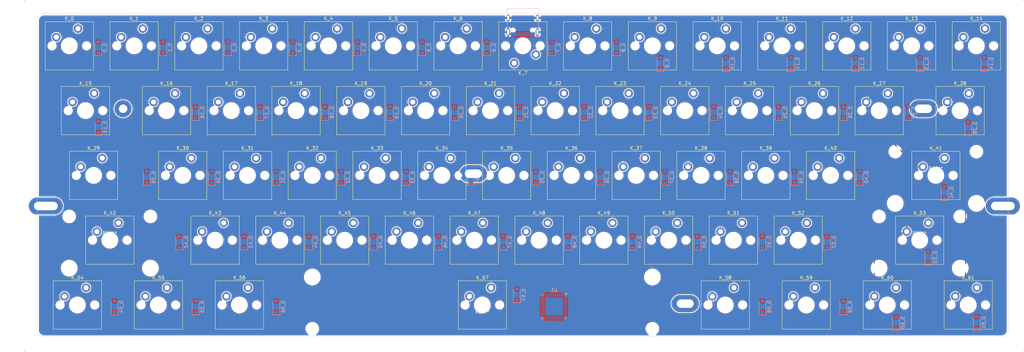
<source format=kicad_pcb>
(kicad_pcb (version 20240108) (generator "pcbnew") (generator_version "8.0")
  (layers (0 "F.Cu" signal) (31 "B.Cu" signal) (34 "B.Paste" user) (35 "F.Paste" user) (36 "B.SilkS" user "B.Silkscreen") (37 "F.SilkS" user "F.Silkscreen") (38 "B.Mask" user) (39 "F.Mask" user) (44 "Edge.Cuts" user))
  (net 0 "")
  (net 1 "Net-(D_0-A)")
  (net 2 "Net-(D_1-A)")
  (net 3 "col0")
  (net 4 "col1")
  (net 5 "col2")
  (net 6 "col3")
  (net 7 "col4")
  (net 8 "col5")
  (net 9 "col6")
  (net 10 "col7")
  (net 11 "col8")
  (net 12 "col9")
  (net 13 "col10")
  (net 14 "col11")
  (net 15 "col12")
  (net 16 "col13")
  (net 17 "col14")
  (net 18 "Net-(D_2-A)")
  (net 19 "row0")
  (net 20 "row1")
  (net 21 "row2")
  (net 22 "row3")
  (net 23 "row4")
  (net 24 "Net-(D_3-A)")
  (net 25 "Net-(D_4-A)")
  (net 26 "Net-(D_5-A)")
  (net 27 "Net-(D_6-A)")
  (net 28 "Net-(D_7-A)")
  (net 29 "Net-(D_8-A)")
  (net 30 "Net-(D_9-A)")
  (net 31 "Net-(D_10-A)")
  (net 32 "Net-(D_11-A)")
  (net 33 "Net-(D_12-A)")
  (net 34 "Net-(D_13-A)")
  (net 35 "Net-(D_14-A)")
  (net 36 "Net-(D_15-A)")
  (net 37 "Net-(D_16-A)")
  (net 38 "Net-(D_17-A)")
  (net 39 "Net-(D_18-A)")
  (net 40 "Net-(D_19-A)")
  (net 41 "Net-(D_20-A)")
  (net 42 "Net-(D_21-A)")
  (net 43 "Net-(D_22-A)")
  (net 44 "Net-(D_23-A)")
  (net 45 "Net-(D_24-A)")
  (net 46 "Net-(D_25-A)")
  (net 47 "Net-(D_26-A)")
  (net 48 "Net-(D_27-A)")
  (net 49 "Net-(D_28-A)")
  (net 50 "Net-(D_29-A)")
  (net 51 "Net-(D_30-A)")
  (net 52 "Net-(D_31-A)")
  (net 53 "Net-(D_32-A)")
  (net 54 "Net-(D_33-A)")
  (net 55 "Net-(D_34-A)")
  (net 56 "Net-(D_35-A)")
  (net 57 "Net-(D_36-A)")
  (net 58 "Net-(D_37-A)")
  (net 59 "Net-(D_38-A)")
  (net 60 "Net-(D_39-A)")
  (net 61 "Net-(D_40-A)")
  (net 62 "Net-(D_41-A)")
  (net 63 "Net-(D_42-A)")
  (net 64 "Net-(D_43-A)")
  (net 65 "Net-(D_44-A)")
  (net 66 "Net-(D_45-A)")
  (net 67 "Net-(D_46-A)")
  (net 68 "Net-(D_47-A)")
  (net 69 "Net-(D_48-A)")
  (net 70 "Net-(D_49-A)")
  (net 71 "Net-(D_50-A)")
  (net 72 "Net-(D_51-A)")
  (net 73 "Net-(D_52-A)")
  (net 74 "Net-(D_53-A)")
  (net 75 "Net-(D_54-A)")
  (net 76 "Net-(D_55-A)")
  (net 77 "Net-(D_56-A)")
  (net 78 "Net-(D_57-A)")
  (net 79 "Net-(D_58-A)")
  (net 80 "Net-(D_59-A)")
  (net 81 "Net-(D_60-A)")
  (net 82 "Net-(D_61-A)")
  (net 83 "GND")
  (net 104 "Net-(U1-VCC-Pad14)")
  (net 105 "Net-(U1-GND-Pad15)")
  (net 113 "Net-(U1-AVCC-Pad24)")
  (net 131 "VCC")
  (footprint "keyboard_switches:SW_Cherry_MX_PCB_1.00u" (layer "F.Cu") (at 133.225 28.45)
    (property "Reference" "K_21")
    (property "Value" "KEYSW")
  )
  (footprint "keyboard_switches:SW_Cherry_MX_PCB_1.00u" (layer "F.Cu") (at 190.375 28.45)
    (property "Reference" "K_24")
    (property "Value" "KEYSW")
  )
  (footprint "Mounting_Keyboard_Stabilizer:Stabilizer_Cherry_MX_6.25u" (layer "F.Cu") (at 130.84375 85.6 180)
    (property "Reference" "REF**")
    (property "Value" "Stabilizer_Cherry_MX_6.25u")
  )
  (footprint "keyboard_switches:SW_Cherry_MX_PCB_1.00u" (layer "F.Cu") (at 180.85 9.4)
    (property "Reference" "K_9")
    (property "Value" "KEYSW")
  )
  (footprint "keyboard_switches:SW_Cherry_MX_PCB_1.25u" (layer "F.Cu") (at 226.09375 85.6)
    (property "Reference" "K_59")
    (property "Value" "KEYSW")
  )
  (footprint "keyboard_switches:SW_Cherry_MX_PCB_1.00u" (layer "F.Cu") (at 104.65 9.4)
    (property "Reference" "K_5")
    (property "Value" "KEYSW")
  )
  (footprint "keyboard_switches:SW_Cherry_MX_PCB_1.25u" (layer "F.Cu") (at 249.90625 85.6)
    (property "Reference" "K_60")
    (property "Value" "KEYSW")
  )
  (footprint "keyboard_switches:SW_Cherry_MX_PCB_1.00u" (layer "F.Cu") (at 257.05 9.4)
    (property "Reference" "K_13")
    (property "Value" "KEYSW")
  )
  (footprint "keyboard_switches:SW_Cherry_MX_PCB_1.00u" (layer "F.Cu") (at 47.5 9.4)
    (property "Reference" "K_2")
    (property "Value" "KEYSW")
  )
  (footprint "keyboard_switches:SW_Cherry_MX_PCB_1.00u" (layer "F.Cu") (at 28.45 9.4)
    (property "Reference" "K_1")
    (property "Value" "KEYSW")
  )
  (footprint "keyboard_switches:SW_Cherry_MX_PCB_1.00u" (layer "F.Cu") (at 228.475 28.45)
    (property "Reference" "K_26")
    (property "Value" "KEYSW")
  )
  (footprint "keyboard_switches:SW_Cherry_MX_PCB_1.00u" (layer "F.Cu") (at 214.1875 47.5)
    (property "Reference" "K_39")
    (property "Value" "KEYSW")
  )
  (footprint "keyboard_switches:SW_Cherry_MX_PCB_1.00u" (layer "F.Cu") (at 142.75 9.4 180)
    (property "Reference" "K_7")
    (property "Value" "KEYSW")
  )
  (footprint "keyboard_switches:SW_Cherry_MX_PCB_1.00u" (layer "F.Cu") (at 161.8 9.4)
    (property "Reference" "K_8")
    (property "Value" "KEYSW")
  )
  (footprint "keyboard_switches:SW_Cherry_MX_PCB_1.25u" (layer "F.Cu") (at 273.71875 85.6)
    (property "Reference" "K_61")
    (property "Value" "KEYSW")
  )
  (footprint "keyboard_switches:SW_Cherry_MX_PCB_1.00u" (layer "F.Cu") (at 42.7375 47.5)
    (property "Reference" "K_30")
    (property "Value" "KEYSW")
  )
  (footprint "keyboard_switches:SW_Cherry_MX_PCB_1.00u" (layer "F.Cu") (at 9.4 9.4)
    (property "Reference" "K_0")
    (property "Value" "KEYSW")
  )
  (footprint "keyboard_switches:SW_Cherry_MX_PCB_1.00u" (layer "F.Cu") (at 209.425 28.45)
    (property "Reference" "K_25")
    (property "Value" "KEYSW")
  )
  (footprint "keyboard_switches:SW_Cherry_MX_PCB_2.25u" (layer "F.Cu") (at 264.19375 47.5)
    (property "Reference" "K_41")
    (property "Value" "KEYSW")
  )
  (footprint "keyboard_switches:SW_Cherry_MX_PCB_1.00u" (layer "F.Cu") (at 166.5625 66.55)
    (property "Reference" "K_49")
    (property "Value" "KEYSW")
  )
  (footprint "keyboard_switches:SW_Cherry_MX_PCB_1.00u" (layer "F.Cu") (at 109.4125 66.55)
    (property "Reference" "K_46")
    (property "Value" "KEYSW")
  )
  (footprint "keyboard_switches:SW_Cherry_MX_PCB_1.00u" (layer "F.Cu") (at 123.7 9.4)
    (property "Reference" "K_6")
    (property "Value" "KEYSW")
  )
  (footprint "keyboard_switches:SW_Cherry_MX_PCB_1.00u" (layer "F.Cu") (at 199.9 9.4)
    (property "Reference" "K_10")
    (property "Value" "KEYSW")
  )
  (footprint "custom_mounting_hole:MountingHole_5mmx2.5mm_M2_Pad" (layer "F.Cu") (at 260.55 27.9)
    (property "Reference" "REF**" (hide yes))
    (property "Value" "MountingHole_5mmx2.5mm_M2_Pad" (hide yes))
  )
  (footprint "custom_mounting_hole:MountingHole_5mmx2.5mm_M2_Pad" (layer "F.Cu") (at 128.2 47)
    (property "Reference" "REF**" (hide yes))
    (property "Value" "MountingHole_5mmx2.5mm_M2_Pad" (hide yes))
  )
  (footprint "keyboard_switches:SW_Cherry_MX_PCB_1.00u" (layer "F.Cu") (at 247.525 28.45)
    (property "Reference" "K_27")
    (property "Value" "KEYSW")
  )
  (footprint "keyboard_switches:SW_Cherry_MX_PCB_1.00u" (layer "F.Cu") (at 114.175 28.45)
    (property "Reference" "K_20")
    (property "Value" "KEYSW")
  )
  (footprint "keyboard_switches:SW_Cherry_MX_PCB_1.00u" (layer "F.Cu") (at 137.9875 47.5)
    (property "Reference" "K_35")
    (property "Value" "KEYSW")
  )
  (footprint "keyboard_switches:SW_Cherry_MX_PCB_1.00u" (layer "F.Cu") (at 176.0875 47.5)
    (property "Reference" "K_37")
    (property "Value" "KEYSW")
  )
  (footprint "keyboard_switches:SW_Cherry_MX_PCB_1.00u" (layer "F.Cu") (at 157.0375 47.5)
    (property "Reference" "K_36")
    (property "Value" "KEYSW")
  )
  (footprint "keyboard_switches:SW_Cherry_MX_PCB_1.00u" (layer "F.Cu") (at 37.975 28.45)
    (property "Reference" "K_16")
    (property "Value" "KEYSW")
  )
  (footprint "keyboard_switches:SW_Cherry_MX_PCB_1.00u" (layer "F.Cu") (at 238 9.4)
    (property "Reference" "K_12")
    (property "Value" "KEYSW")
  )
  (footprint "keyboard_switches:SW_Cherry_MX_PCB_1.00u" (layer "F.Cu") (at 90.3625 66.55)
    (property "Reference" "K_45")
    (property "Value" "KEYSW")
  )
  (footprint "keyboard_switches:SW_Cherry_MX_PCB_1.00u" (layer "F.Cu") (at 195.1375 47.5)
    (property "Reference" "K_38")
    (property "Value" "KEYSW")
  )
  (footprint "custom_mounting_hole:MountingHole_7mmx2.5mm_M2_Pad" (layer "F.Cu") (at 2.5 56.5)
    (property "Reference" "REF**" (hide yes))
    (property "Value" "MountingHole_7mmx2.5mm_M2_Pad")
  )
  (footprint "keyboard_switches:SW_Cherry_MX_PCB_1.25u" (layer "F.Cu") (at 202.28125 85.6)
    (property "Reference" "K_58")
    (property "Value" "KEYSW")
  )
  (footprint "keyboard_switches:SW_Cherry_MX_PCB_1.25u" (layer "F.Cu") (at 59.40625 85.6)
    (property "Reference" "K_56")
    (property "Value" "KEYSW")
  )
  (footprint "keyboard_switches:SW_Cherry_MX_PCB_6.25u" (layer "F.Cu") (at 130.84375 85.6)
    (property "Reference" "K_57")
    (property "Value" "KEYSW")
  )
  (footprint "keyboard_switches:SW_Cherry_MX_PCB_1.00u" (layer "F.Cu") (at 152.275 28.45)
    (property "Reference" "K_22")
    (property "Value" "KEYSW")
  )
  (footprint "keyboard_switches:SW_Cherry_MX_PCB_1.00u" (layer "F.Cu") (at 80.8375 47.5)
    (property "Reference" "K_32")
    (property "Value" "KEYSW")
  )
  (footprint "keyboard_switches:SW_Cherry_MX_PCB_2.75u" (layer "F.Cu") (at 259.43125 66.55)
    (property "Reference" "K_53")
    (property "Value" "KEYSW")
  )
  (footprint "keyboard_switches:SW_Cherry_MX_PCB_1.00u" (layer "F.Cu") (at 171.325 28.45)
    (property "Reference" "K_23")
    (property "Value" "KEYSW")
  )
  (footprint "keyboard_switches:SW_Cherry_MX_PCB_1.00u" (layer "F.Cu") (at 128.4625 66.55)
    (property "Reference" "K_47")
    (property "Value" "KEYSW")
  )
  (footprint "keyboard_switches:SW_Cherry_MX_PCB_1.00u" (layer "F.Cu") (at 118.9375 47.5)
    (property "Reference" "K_34")
    (property "Value" "KEYSW")
  )
  (footprint "keyboard_switches:SW_Cherry_MX_PCB_1.00u" (layer "F.Cu") (at 71.3125 66.55)
    (property "Reference" "K_44")
    (property "Value" "KEYSW")
  )
  (footprint "keyboard_switches:SW_Cherry_MX_PCB_1.00u" (layer "F.Cu") (at 218.95 9.4)
    (property "Reference" "K_11")
    (property "Value" "KEYSW")
  )
  (footprint "custom_mounting_hole:MountingHole_2.5mm_M2_Pad" (layer "F.Cu") (at 25.2 27.9)
    (property "Reference" "REF**" (hide yes))
    (property "Value" "MountingHole_2.5mm_M2_Pad" (hide yes))
  )
  (footprint "keyboard_switches:SW_Cherry_MX_PCB_1.00u" (layer "F.Cu") (at 223.7125 66.55)
    (property "Reference" "K_52")
    (property "Value" "KEYSW")
  )
  (footprint "keyboard_switches:SW_Cherry_MX_PCB_1.00u" (layer "F.Cu") (at 185.6125 66.55)
    (property "Reference" "K_50")
    (property "Value" "KEYSW")
  )
  (footprint "Mounting_Keyboard_Stabilizer:Stabilizer_Cherry_MX_2.00u" (layer "F.Cu") (at 259.43125 66.55)
    (property "Reference" "REF**")
    (property "Value" "Stabilizer_Cherry_MX_2.00u")
  )
  (footprint "keyboard_switches:SW_Cherry_MX_PCB_1.00u" (layer "F.Cu") (at 276.1 9.4)
    (property "Reference" "K_14")
    (property "Value" "KEYSW")
  )
  (footprint "keyboard_switches:SW_Cherry_MX_PCB_1.00u" (layer "F.Cu") (at 85.6 9.4)
    (property "Reference" "K_4")
    (property "Value" "KEYSW")
  )
  (footprint "keyboard_switches:SW_Cherry_MX_PCB_1.00u" (layer "F.Cu") (at 76.075 28.45)
    (property "Reference" "K_18")
    (property "Value" "KEYSW")
  )
  (footprint "keyboard_switches:SW_Cherry_MX_PCB_1.50u" (layer "F.Cu") (at 271.3375 28.45)
    (property "Reference" "K_28")
    (property "Value" "KEYSW")
  )
  (footprint "keyboard_switches:SW_Cherry_MX_PCB_1.00u" (layer "F.Cu") (at 61.7875 47.5)
    (property "Reference" "K_31")
    (property "Value" "KEYSW")
  )
  (footprint "keyboard_switches:SW_Cherry_MX_PCB_2.25u" (layer "F.Cu") (at 21.30625 66.55)
    (property "Reference" "K_42")
    (property "Value" "KEYSW")
  )
  (footprint "keyboard_switches:SW_Cherry_MX_PCB_1.25u" (layer "F.Cu") (at 11.78125 85.6)
    (property "Reference" "K_54")
    (property "Value" "KEYSW")
  )
  (footprint "keyboard_switches:SW_Cherry_MX_PCB_1.00u" (layer "F.Cu") (at 204.6625 66.55)
    (property "Reference" "K_51")
    (property "Value" "KEYSW")
  )
  (footprint "Mounting_Keyboard_Stabilizer:Stabilizer_Cherry_MX_2.00u" (layer "F.Cu") (at 21.30625 66.55)
    (property "Reference" "REF**")
    (property "Value" "Stabilizer_Cherry_MX_2.00u")
  )
  (footprint "Mounting_Keyboard_Stabilizer:Stabilizer_Cherry_MX_2.00u" (layer "F.Cu") (at 264.19375 47.5)
    (property "Reference" "REF**")
    (property "Value" "Stabilizer_Cherry_MX_2.00u")
  )
  (footprint "custom_mounting_hole:MountingHole_5mmx2.5mm_M2_Pad" (layer "F.Cu") (at 190.5 85.2)
    (property "Reference" "REF**" (hide yes))
    (property "Value" "MountingHole_5mmx2.5mm_M2_Pad" (hide yes))
  )
  (footprint "keyboard_switches:SW_Cherry_MX_PCB_1.00u" (layer "F.Cu") (at 147.5125 66.55)
    (property "Reference" "K_48")
    (property "Value" "KEYSW")
  )
  (footprint "keyboard_switches:SW_Cherry_MX_PCB_1.00u" (layer "F.Cu") (at 66.55 9.4)
    (property "Reference" "K_3")
    (property "Value" "KEYSW")
  )
  (footprint "keyboard_switches:SW_Cherry_MX_PCB_1.00u" (layer "F.Cu") (at 233.2375 47.5)
    (property "Reference" "K_40")
    (property "Value" "KEYSW")
  )
  (footprint "keyboard_switches:SW_Cherry_MX_PCB_1.00u" (layer "F.Cu") (at 99.8875 47.5)
    (property "Reference" "K_33")
    (property "Value" "KEYSW")
  )
  (footprint "keyboard_switches:SW_Cherry_MX_PCB_1.00u" (layer "F.Cu") (at 52.2625 66.55)
    (property "Reference" "K_43")
    (property "Value" "KEYSW")
  )
  (footprint "keyboard_switches:SW_Cherry_MX_PCB_1.50u" (layer "F.Cu") (at 14.1625 28.45)
    (property "Reference" "K_15")
    (property "Value" "KEYSW")
  )
  (footprint "keyboard_switches:SW_Cherry_MX_PCB_1.25u" (layer "F.Cu") (at 35.59375 85.6)
    (property "Reference" "K_55")
    (property "Value" "KEYSW")
  )
  (footprint "keyboard_switches:SW_Cherry_MX_PCB_1.75u" (layer "F.Cu") (at 16.54375 47.5)
    (property "Reference" "K_29")
    (property "Value" "KEYSW")
  )
  (footprint "keyboard_switches:SW_Cherry_MX_PCB_1.00u" (layer "F.Cu") (at 57.025 28.45)
    (property "Reference" "K_17")
    (property "Value" "KEYSW")
  )
  (footprint "custom_mounting_hole:MountingHole_7mmx2.5mm_M2_Pad" (layer "F.Cu") (at 283.9 56.5)
    (property "Reference" "REF**" (hide yes))
    (property "Value" "MountingHole_7mmx2.5mm_M2_Pad" (hide yes))
  )
  (footprint "keyboard_switches:SW_Cherry_MX_PCB_1.00u" (layer "F.Cu") (at 95.125 28.45)
    (property "Reference" "K_19")
    (property "Value" "KEYSW")
  )
  (footprint "Diode_SMD:D_SOD-123" (layer "B.Cu") (at 252.5 90.75 90)
    (property "Reference" "D_60")
    (property "Value" "D")
  )
  (footprint "Diode_SMD:D_SOD-123" (layer "B.Cu") (at 141.75 28.95 90)
    (property "Reference" "D_21")
    (property "Value" "D")
  )
  (footprint "Diode_SMD:D_SOD-123" (layer "B.Cu") (at 222.7125 48 90)
    (property "Reference" "D_39")
    (property "Value" "D")
  )
  (footprint "Diode_SMD:D_SOD-123" (layer "B.Cu") (at 132.225 9.9 90)
    (property "Reference" "D_6")
    (property "Value" "D")
  )
  (footprint "Diode_SMD:D_SOD-123" (layer "B.Cu") (at 256.05 28.95 90)
    (property "Reference" "D_27")
    (property "Value" "D")
  )
  (footprint "Diode_SMD:D_SOD-123" (layer "B.Cu") (at 70.3125 86.1 90)
    (property "Reference" "D_56")
    (property "Value" "D")
  )
  (footprint "Diode_SMD:D_SOD-123" (layer "B.Cu") (at 113.175 9.9 90)
    (property "Reference" "D_5")
    (property "Value" "D")
  )
  (footprint "Diode_SMD:D_SOD-123" (layer "B.Cu") (at 241.7625 48 90)
    (property "Reference" "D_40")
    (property "Value" "D")
  )
  (footprint "Diode_SMD:D_SOD-123" (layer "B.Cu") (at 175.0875 67.05 90)
    (property "Reference" "D_49")
    (property "Value" "D")
  )
  (footprint "Diode_SMD:D_SOD-123" (layer "B.Cu") (at 117.9375 67.05 90)
    (property "Reference" "D_46")
    (property "Value" "D")
  )
  (footprint "Diode_SMD:D_SOD-123" (layer "B.Cu") (at 202.5 14.5 90)
    (property "Reference" "D_10")
    (property "Value" "D")
  )
  (footprint "Diode_SMD:D_SOD-123" (layer "B.Cu") (at 278.5 14.5 90)
    (property "Reference" "D_14")
    (property "Value" "D")
  )
  (footprint "Diode_SMD:D_SOD-123" (layer "B.Cu") (at 75.075 9.9 90)
    (property "Reference" "D_3")
    (property "Value" "D")
  )
  (footprint "Diode_SMD:D_SOD-123" (layer "B.Cu") (at 65.55 28.95 90)
    (property "Reference" "D_17")
    (property "Value" "D")
  )
  (footprint "Diode_SMD:D_SOD-123" (layer "B.Cu") (at 136.9875 67.05 90)
    (property "Reference" "D_47")
    (property "Value" "D")
  )
  (footprint "Diode_SMD:D_SOD-123" (layer "B.Cu") (at 183.25 14.5 90)
    (property "Reference" "D_9")
    (property "Value" "D")
  )
  (footprint "Diode_SMD:D_SOD-123" (layer "B.Cu") (at 213.1875 86.1 90)
    (property "Reference" "D_58")
    (property "Value" "D")
  )
  (footprint "Diode_SMD:D_SOD-123" (layer "B.Cu") (at 56.025 9.9 90)
    (property "Reference" "D_2")
    (property "Value" "D")
  )
  (footprint "Diode_SMD:D_SOD-123" (layer "B.Cu") (at 184.6125 48 90)
    (property "Reference" "D_37")
    (property "Value" "D")
  )
  (footprint "Diode_SMD:D_SOD-123" (layer "B.Cu") (at 262 71.5 90)
    (property "Reference" "D_53")
    (property "Value" "D")
  )
  (footprint "Diode_SMD:D_SOD-123" (layer "B.Cu") (at 165.5625 48 90)
    (property "Reference" "D_36")
    (property "Value" "D")
  )
  (footprint "Diode_SMD:D_SOD-123" (layer "B.Cu") (at 266.75 52.5 90)
    (property "Reference" "D_41")
    (property "Value" "D")
  )
  (footprint "Diode_SMD:D_SOD-123" (layer "B.Cu") (at 46.5 28.95 90)
    (property "Reference" "D_16")
    (property "Value" "D")
  )
  (footprint "Diode_SMD:D_SOD-123" (layer "B.Cu") (at 170.325 9.9 90)
    (property "Reference" "D_8")
    (property "Value" "D")
  )
  (footprint "Package_DFN_QFN:QFN-44-1EP_7x7mm_P0.5mm_EP5.2x5.2mm" (layer "B.Cu") (at 151.9125 86.05 180)
    (property "Reference" "U1")
    (property "Value" "ATmega32U4-M")
  )
  (footprint "Diode_SMD:D_SOD-123" (layer "B.Cu") (at 203.6625 48 90)
    (property "Reference" "D_38")
    (property "Value" "D")
  )
  (footprint "Diode_SMD:D_SOD-123" (layer "B.Cu") (at 156.0375 67.05 90)
    (property "Reference" "D_48")
    (property "Value" "D")
  )
  (footprint "Diode_SMD:D_SOD-123" (layer "B.Cu") (at 70.3125 48 90)
    (property "Reference" "D_31")
    (property "Value" "D")
  )
  (footprint "Diode_SMD:D_SOD-123" (layer "B.Cu") (at 141 82.6 90)
    (property "Reference" "D_57")
    (property "Value" "D")
  )
  (footprint "Diode_SMD:D_SOD-123" (layer "B.Cu") (at 36.975 9.9 90)
    (property "Reference" "D_1")
    (property "Value" "D")
  )
  (footprint "Diode_SMD:D_SOD-123" (layer "B.Cu") (at 108.4125 48 90)
    (property "Reference" "D_33")
    (property "Value" "D")
  )
  (footprint "Diode_SMD:D_SOD-123" (layer "B.Cu") (at 276.25 90.75 90)
    (property "Reference" "D_61")
    (property "Value" "D")
  )
  (footprint "Diode_SMD:D_SOD-123" (layer "B.Cu") (at 46.5 86.1 90)
    (property "Reference" "D_55")
    (property "Value" "D")
  )
  (footprint "Diode_SMD:D_SOD-123" (layer "B.Cu") (at 32.2125 48 90)
    (property "Reference" "D_29")
    (property "Value" "D")
  )
  (footprint "Diode_SMD:D_SOD-123" (layer "B.Cu") (at 60.7875 67.05 90)
    (property "Reference" "D_43")
    (property "Value" "D")
  )
  (footprint "Diode_SMD:D_SOD-123" (layer "B.Cu") (at 89.3625 48 90)
    (property "Reference" "D_32")
    (property "Value" "D")
  )
  (footprint "Diode_SMD:D_SOD-123" (layer "B.Cu") (at 237 28.95 90)
    (property "Reference" "D_26")
    (property "Value" "D")
  )
  (footprint "Diode_SMD:D_SOD-123" (layer "B.Cu") (at 237 86.1 90)
    (property "Reference" "D_59")
    (property "Value" "D")
  )
  (footprint "Diode_SMD:D_SOD-123" (layer "B.Cu") (at 84.6 28.95 90)
    (property "Reference" "D_18")
    (property "Value" "D")
  )
  (footprint "Diode_SMD:D_SOD-123" (layer "B.Cu") (at 198.9 28.95 90)
    (property "Reference" "D_24")
    (property "Value" "D")
  )
  (footprint "Diode_SMD:D_SOD-123" (layer "B.Cu") (at 51.2625 48 90)
    (property "Reference" "D_30")
    (property "Value" "D")
  )
  (footprint "Diode_SMD:D_SOD-123" (layer "B.Cu") (at 98.8875 67.05 90)
    (property "Reference" "D_45")
    (property "Value" "D")
  )
  (footprint "Diode_SMD:D_SOD-123" (layer "B.Cu") (at 232.2375 67.05 90)
    (property "Reference" "D_52")
    (property "Value" "D")
  )
  (footprint "Diode_SMD:D_SOD-123" (layer "B.Cu") (at 213.1875 67.05 90)
    (property "Reference" "D_51")
    (property "Value" "D")
  )
  (footprint "Diode_SMD:D_SOD-123" (layer "B.Cu") (at 122.7 28.95 90)
    (property "Reference" "D_20")
    (property "Value" "D")
  )
  (footprint "Diode_SMD:D_SOD-123" (layer "B.Cu") (at 41.7375 67.05 90)
    (property "Reference" "D_42")
    (property "Value" "D")
  )
  (footprint "Diode_SMD:D_SOD-123" (layer "B.Cu") (at 18 33.25 90)
    (property "Reference" "D_15")
    (property "Value" "D")
  )
  (footprint "Diode_SMD:D_SOD-123" (layer "B.Cu") (at 17.925 9.9 90)
    (property "Reference" "D_0")
    (property "Value" "D")
  )
  (footprint "Diode_SMD:D_SOD-123" (layer "B.Cu") (at 22.6875 86.1 90)
    (property "Reference" "D_54")
    (property "Value" "D")
  )
  (footprint "Diode_SMD:D_SOD-123" (layer "B.Cu") (at 79.8375 67.05 90)
    (property "Reference" "D_44")
    (property "Value" "D")
  )
  (footprint "Diode_SMD:D_SOD-123" (layer "B.Cu") (at 217.95 28.95 90)
    (property "Reference" "D_25")
    (property "Value" "D")
  )
  (footprint "Diode_SMD:D_SOD-123" (layer "B.Cu") (at 179.85 28.95 90)
    (property "Reference" "D_23")
    (property "Value" "D")
  )
  (footprint "Diode_SMD:D_SOD-123" (layer "B.Cu") (at 194.1375 67.05 90)
    (property "Reference" "D_50")
    (property "Value" "D")
  )
  (footprint "Diode_SMD:D_SOD-123" (layer "B.Cu") (at 273.75 33.5 90)
    (property "Reference" "D_28")
    (property "Value" "D")
  )
  (footprint "Diode_SMD:D_SOD-123" (layer "B.Cu") (at 103.65 28.95 90)
    (property "Reference" "D_19")
    (property "Value" "D")
  )
  (footprint "Diode_SMD:D_SOD-123" (layer "B.Cu") (at 240.5 14.5 90)
    (property "Reference" "D_12")
    (property "Value" "D")
  )
  (footprint "Diode_SMD:D_SOD-123" (layer "B.Cu") (at 160.8 28.95 90)
    (property "Reference" "D_22")
    (property "Value" "D")
  )
  (footprint "Diode_SMD:D_SOD-123" (layer "B.Cu") (at 94.125 9.9 90)
    (property "Reference" "D_4")
    (property "Value" "D")
  )
  (footprint "Diode_SMD:D_SOD-123" (layer "B.Cu") (at 151.275 9.9 90)
    (property "Reference" "D_7")
    (property "Value" "D")
  )
  (footprint "Diode_SMD:D_SOD-123" (layer "B.Cu") (at 146.5125 48 90)
    (property "Reference" "D_35")
    (property "Value" "D")
  )
  (footprint "Diode_SMD:D_SOD-123" (layer "B.Cu") (at 221.5 14.5 90)
    (property "Reference" "D_11")
    (property "Value" "D")
  )
  (footprint "Diode_SMD:D_SOD-123" (layer "B.Cu") (at 259.5 14.5 90)
    (property "Reference" "D_13")
    (property "Value" "D")
  )
  (footprint "Diode_SMD:D_SOD-123" (layer "B.Cu") (at 127.4625 48 90)
    (property "Reference" "D_34")
    (property "Value" "D")
  )
  (footprint "Connector_USB:USB_C_Receptacle_G-Switch_GT-USB-7010ASV" (layer "B.Cu") (at 142.75 2.25)
    (property "Reference" "J1")
    (property "Value" "USB_C_Receptacle")
  )
  (gr_arc (start 2.000001 94.999999) (mid 0.585787 94.414213) (end 0.000001 92.999999) (stroke (width 0.1)) (layer "Edge.Cuts"))
  (gr_arc (start -3.725 -3.975) (mid -3.725 -3.975) (end -3.725 -3.975) (stroke (width 0.2)) (layer "Edge.Cuts"))
  (gr_arc (start -3.725 99.275) (mid -3.725 99.275) (end -3.725 99.275) (stroke (width 0.2)) (layer "Edge.Cuts"))
  (gr_arc (start 283.499999 0.000001) (mid 284.914213 0.585787) (end 285.499999 2.000001) (stroke (width 0.1)) (layer "Edge.Cuts"))
  (gr_line (start 0 2) (end 0.000001 92.999999) (stroke (width 0.1)) (layer "Edge.Cuts"))
  (gr_line (start 283.499999 94.999999) (end 2.000001 94.999999) (stroke (width 0.1)) (layer "Edge.Cuts"))
  (gr_arc (start 290.025 -3.975) (mid 290.025 -3.975) (end 290.025 -3.975) (stroke (width 0.2)) (layer "Edge.Cuts"))
  (gr_arc (start 290.025 99.275) (mid 290.025 99.275) (end 290.025 99.275) (stroke (width 0.2)) (layer "Edge.Cuts"))
  (gr_line (start 285.5 2) (end 285.5 93) (stroke (width 0.1)) (layer "Edge.Cuts"))
  (gr_arc (start 285.499999 92.999999) (mid 284.914213 94.414213) (end 283.499999 94.999999) (stroke (width 0.1)) (layer "Edge.Cuts"))
  (gr_arc (start 0 2) (mid 0.585786 0.585786) (end 2 0) (stroke (width 0.1)) (layer "Edge.Cuts"))
  (gr_line (start 2 0) (end 283.499999 0.000001) (stroke (width 0.1)) (layer "Edge.Cuts"))
  (segment (start 254.734574 64.01) (end 246.09625 72.648324) (width 0.3) (layer "F.Cu") (net 16))
  (segment (start 253.24 6.86) (end 253.495 7.115) (width 0.3) (layer "F.Cu") (net 16))
  (segment (start 243.97 26.165) (end 243.97 30.314016) (width 0.3) (layer "F.Cu") (net 16))
  (segment (start 253.495 7.115) (end 253.495 16.13) (width 0.3) (layer "F.Cu") (net 16))
  (segment (start 253.495 16.13) (end 243.715 25.91) (width 0.3) (layer "F.Cu") (net 16))
  (segment (start 258.615984 44.96) (end 255.62125 47.954734) (width 0.3) (layer "F.Cu") (net 16))
  (segment (start 255.62125 64.01) (end 254.734574 64.01) (width 0.3) (layer "F.Cu") (net 16))
  (segment (start 246.09625 72.648324) (end 246.09625 83.06) (width 0.3) (layer "F.Cu") (net 16))
  (segment (start 260.38375 44.96) (end 258.615984 44.96) (width 0.3) (layer "F.Cu") (net 16))
  (segment (start 243.715 25.91) (end 243.97 26.165) (width 0.3) (layer "F.Cu") (net 16))
  (segment (start 255.62125 47.954734) (end 255.62125 64.01) (width 0.3) (layer "F.Cu") (net 16))
  (segment (start 243.97 30.314016) (end 258.615984 44.96) (width 0.3) (layer "F.Cu") (net 16))
  (segment (start 272.92 44.22) (end 272.92 80.04875) (width 0.3) (layer "F.Cu") (net 17))
  (segment (start 272.545 20.8925) (end 267.5275 25.91) (width 0.3) (layer "F.Cu") (net 17))
  (segment (start 268.28375 39.58375) (end 272.92 44.22) (width 0.3) (layer "F.Cu") (net 17))
  (segment (start 268.28375 26.66625) (end 268.28375 39.58375) (width 0.3) (layer "F.Cu") (net 17))
  (segment (start 272.92 80.04875) (end 269.90875 83.06) (width 0.3) (layer "F.Cu") (net 17))
  (segment (start 272.545 7.115) (end 272.545 20.8925) (width 0.3) (layer "F.Cu") (net 17))
  (segment (start 272.29 6.86) (end 272.545 7.115) (width 0.3) (layer "F.Cu") (net 17))
  (segment (start 267.5275 25.91) (end 268.28375 26.66625) (width 0.3) (layer "F.Cu") (net 17))
  (zone (net 83) (net_name "GND") (layer "F.Cu") (connect_pads (clearance 0.3)) (min_thickness 0.25) (fill yes (thermal_gap 0.5) (thermal_bridge_width 0.5))
    (polygon (pts (xy 0 0) (xy 285.5 0) (xy 285.5 95) (xy 0 95)))
  )
  (zone (net 83) (net_name "GND") (layer "B.Cu") (priority 1) (connect_pads (clearance 0.3)) (min_thickness 0.25) (fill yes (thermal_gap 0.5) (thermal_bridge_width 0.5))
    (polygon (pts (xy 285.5 0) (xy 0 0) (xy 0 95) (xy 285.5 95)))
  )
)
</source>
